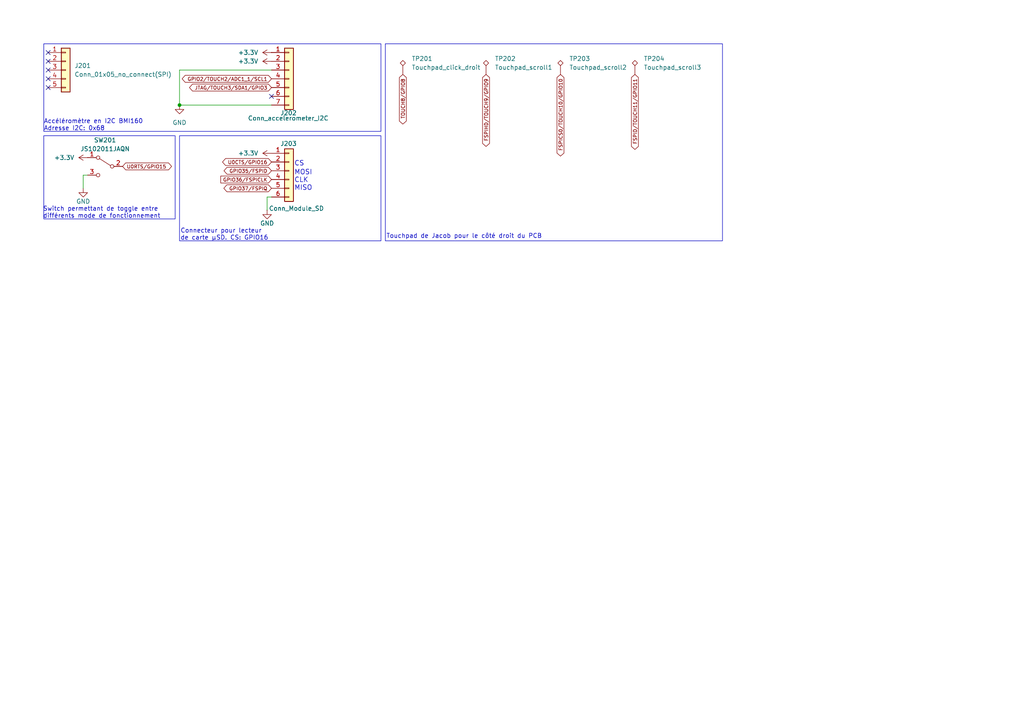
<source format=kicad_sch>
(kicad_sch (version 20231120) (generator "eeschema") (generator_version "8.0")
  (paper "A4")
  (title_block (title "V1_flappy_mouse") (date "2024-06-07") (rev "Rev . 1") (company "CCI UdeS") (comment 1 "Créer par:") (comment 2 "Victor Larose & Jacob Turcotte"))
  (lib_symbols
    (symbol "Connector:TestPoint_Alt" (pin_numbers hide) (pin_names (offset 0.762) hide)
      (property "Reference" "TP" (at 0 6.858 0))
      (property "Value" "TestPoint_Alt" (at 0 5.08 0))
      (symbol "TestPoint_Alt_0_1"
        (polyline (pts (xy 0 2.54) (xy -0.762 3.302) (xy 0 4.064) (xy 0.762 3.302) (xy 0 2.54)))
      )
      (symbol "TestPoint_Alt_1_1"
        (pin passive line (at 0 0 90) (length 2.54) (name "1") (number "1"))
      )
    )
    (symbol "Connector_Generic:Conn_01x05" (pin_names (offset 1.016) hide)
      (property "Reference" "J" (at 0 7.62 0))
      (property "Value" "Conn_01x05" (at 0 -7.62 0))
      (symbol "Conn_01x05_1_1"
        (rectangle (start -1.27 -4.953) (end 0 -5.207) (stroke (width 0.1524)))
        (rectangle (start -1.27 -2.413) (end 0 -2.667) (stroke (width 0.1524)))
        (rectangle (start -1.27 0.127) (end 0 -0.127) (stroke (width 0.1524)))
        (rectangle (start -1.27 2.667) (end 0 2.413) (stroke (width 0.1524)))
        (rectangle (start -1.27 5.207) (end 0 4.953) (stroke (width 0.1524)))
        (rectangle (start -1.27 6.35) (end 1.27 -6.35) (stroke (width 0.254)) (fill (type background)))
        (pin passive line (at -5.08 5.08 0) (length 3.81) (name "Pin_1") (number "1"))
        (pin passive line (at -5.08 2.54 0) (length 3.81) (name "Pin_2") (number "2"))
        (pin passive line (at -5.08 0 0) (length 3.81) (name "Pin_3") (number "3"))
        (pin passive line (at -5.08 -2.54 0) (length 3.81) (name "Pin_4") (number "4"))
        (pin passive line (at -5.08 -5.08 0) (length 3.81) (name "Pin_5") (number "5"))
      )
    )
    (symbol "Connector_Generic:Conn_01x06" (pin_names (offset 1.016) hide)
      (property "Reference" "J" (at 0 7.62 0))
      (property "Value" "Conn_01x06" (at 0 -10.16 0))
      (symbol "Conn_01x06_1_1"
        (rectangle (start -1.27 -7.493) (end 0 -7.747) (stroke (width 0.1524)))
        (rectangle (start -1.27 -4.953) (end 0 -5.207) (stroke (width 0.1524)))
        (rectangle (start -1.27 -2.413) (end 0 -2.667) (stroke (width 0.1524)))
        (rectangle (start -1.27 0.127) (end 0 -0.127) (stroke (width 0.1524)))
        (rectangle (start -1.27 2.667) (end 0 2.413) (stroke (width 0.1524)))
        (rectangle (start -1.27 5.207) (end 0 4.953) (stroke (width 0.1524)))
        (rectangle (start -1.27 6.35) (end 1.27 -8.89) (stroke (width 0.254)) (fill (type background)))
        (pin passive line (at -5.08 5.08 0) (length 3.81) (name "Pin_1") (number "1"))
        (pin passive line (at -5.08 2.54 0) (length 3.81) (name "Pin_2") (number "2"))
        (pin passive line (at -5.08 0 0) (length 3.81) (name "Pin_3") (number "3"))
        (pin passive line (at -5.08 -2.54 0) (length 3.81) (name "Pin_4") (number "4"))
        (pin passive line (at -5.08 -5.08 0) (length 3.81) (name "Pin_5") (number "5"))
        (pin passive line (at -5.08 -7.62 0) (length 3.81) (name "Pin_6") (number "6"))
      )
    )
    (symbol "Connector_Generic:Conn_01x07" (pin_names (offset 1.016) hide)
      (property "Reference" "J" (at 0 10.16 0))
      (property "Value" "Conn_01x07" (at 0 -10.16 0))
      (symbol "Conn_01x07_1_1"
        (rectangle (start -1.27 -7.493) (end 0 -7.747) (stroke (width 0.1524)))
        (rectangle (start -1.27 -4.953) (end 0 -5.207) (stroke (width 0.1524)))
        (rectangle (start -1.27 -2.413) (end 0 -2.667) (stroke (width 0.1524)))
        (rectangle (start -1.27 0.127) (end 0 -0.127) (stroke (width 0.1524)))
        (rectangle (start -1.27 2.667) (end 0 2.413) (stroke (width 0.1524)))
        (rectangle (start -1.27 5.207) (end 0 4.953) (stroke (width 0.1524)))
        (rectangle (start -1.27 7.747) (end 0 7.493) (stroke (width 0.1524)))
        (rectangle (start -1.27 8.89) (end 1.27 -8.89) (stroke (width 0.254)) (fill (type background)))
        (pin passive line (at -5.08 7.62 0) (length 3.81) (name "Pin_1") (number "1"))
        (pin passive line (at -5.08 5.08 0) (length 3.81) (name "Pin_2") (number "2"))
        (pin passive line (at -5.08 2.54 0) (length 3.81) (name "Pin_3") (number "3"))
        (pin passive line (at -5.08 0 0) (length 3.81) (name "Pin_4") (number "4"))
        (pin passive line (at -5.08 -2.54 0) (length 3.81) (name "Pin_5") (number "5"))
        (pin passive line (at -5.08 -5.08 0) (length 3.81) (name "Pin_6") (number "6"))
        (pin passive line (at -5.08 -7.62 0) (length 3.81) (name "Pin_7") (number "7"))
      )
    )
    (symbol "Switch:SW_SPDT" (pin_names (offset 0) hide)
      (property "Reference" "SW" (at 0 4.318 0))
      (property "Value" "SW_SPDT" (at 0 -5.08 0))
      (symbol "SW_SPDT_0_0"
        (circle (center -2.032 0) (radius 0.508))
        (circle (center 2.032 -2.54) (radius 0.508))
      )
      (symbol "SW_SPDT_0_1"
        (polyline (pts (xy -1.524 0.254) (xy 1.651 2.286)))
        (circle (center 2.032 2.54) (radius 0.508))
      )
      (symbol "SW_SPDT_1_1"
        (pin passive line (at 5.08 2.54 180) (length 2.54) (name "A") (number "1"))
        (pin passive line (at -5.08 0 0) (length 2.54) (name "B") (number "2"))
        (pin passive line (at 5.08 -2.54 180) (length 2.54) (name "C") (number "3"))
      )
    )
    (symbol "power:+3.3V" (power) (pin_numbers hide) (pin_names (offset 0) hide)
      (property "Value" "+3.3V" (at 0 3.556 0))
      (symbol "+3.3V_0_1"
        (polyline (pts (xy -0.762 1.27) (xy 0 2.54)))
        (polyline (pts (xy 0 0) (xy 0 2.54)))
        (polyline (pts (xy 0 2.54) (xy 0.762 1.27)))
      )
      (symbol "+3.3V_1_1"
        (pin power_in line (at 0 0 90) (length 0) (name "~") (number "1"))
      )
    )
    (symbol "power:GND" (power) (pin_numbers hide) (pin_names (offset 0) hide)
      (property "Value" "GND" (at 0 -3.81 0))
      (symbol "GND_0_1"
        (polyline (pts (xy 0 0) (xy 0 -1.27) (xy 1.27 -1.27) (xy 0 -2.54) (xy -1.27 -1.27) (xy 0 -1.27)))
      )
      (symbol "GND_1_1"
        (pin power_in line (at 0 0 270) (length 0) (name "~") (number "1"))
      )
    )
  )
  (junction (at 52.07 30.48))
  (no_connect (at 13.97 25.4))
  (no_connect (at 13.97 15.24))
  (no_connect (at 13.97 22.86))
  (no_connect (at 13.97 17.78))
  (no_connect (at 78.74 27.94))
  (no_connect (at 13.97 20.32))
  (wire (pts (xy 25.4 50.8) (xy 24.13 50.8)))
  (wire (pts (xy 78.74 20.32) (xy 52.07 20.32)))
  (wire (pts (xy 52.07 30.48) (xy 78.74 30.48)))
  (wire (pts (xy 78.74 57.15) (xy 77.47 57.15)))
  (wire (pts (xy 77.47 57.15) (xy 77.47 60.96)))
  (wire (pts (xy 52.07 20.32) (xy 52.07 30.48)))
  (wire (pts (xy 24.13 50.8) (xy 24.13 54.61)))
  (rectangle (start 12.7 39.37) (end 50.8 63.5))
  (rectangle (start 111.76 12.7) (end 209.55 69.85))
  (rectangle (start 52.07 39.37) (end 110.49 69.85))
  (rectangle (start 12.7 12.7) (end 110.49 38.1))
  (text "MOSI\nCLK\nMISO" (at 85.344 52.324 0) (effects (font (size 1.4 1.4)) (justify left)))
  (text "Connecteur pour lecteur\nde carte µSD. CS: GPIO16" (at 52.324 68.072 0) (effects (font (size 1.27 1.27)) (justify left)))
  (text "Switch permettant de toggle entre \ndifférents mode de fonctionnement" (at 12.446 61.722 0) (effects (font (size 1.27 1.27)) (justify left)))
  (text "Touchpad de Jacob pour le côté droit du PCB" (at 112.014 68.58 0) (effects (font (size 1.27 1.27)) (justify left)))
  (text "Accéléromètre en I2C BMI160\nAdresse I2C: 0x68" (at 12.7 36.322 0) (effects (font (size 1.27 1.27)) (justify left)))
  (text "CS" (at 85.344 47.498 0) (effects (font (size 1.4 1.4)) (justify left)))
  (global_label "FSPIHD{slash}TOUCH9{slash}GPIO9" (shape bidirectional) (at 140.97 21.59 270) (effects (font (size 1.016 1.016))) (property "Intersheetrefs" "${INTERSHEET_REFS}" (effects (hide yes))))
  (global_label "U0RTS{slash}GPIO15" (shape bidirectional) (at 35.56 48.26 0) (effects (font (size 1.016 1.016))) (property "Intersheetrefs" "${INTERSHEET_REFS}" (effects (hide yes))))
  (global_label "GPIO37{slash}FSPIQ" (shape bidirectional) (at 78.74 54.61 180) (effects (font (size 1.016 1.016))) (property "Intersheetrefs" "${INTERSHEET_REFS}" (effects (hide yes))))
  (global_label "GPIO2{slash}TOUCH2{slash}ADC1_1{slash}SCL1" (shape bidirectional) (at 78.74 22.86 180) (effects (font (size 1.016 1.016))) (property "Intersheetrefs" "${INTERSHEET_REFS}" (effects (hide yes))))
  (global_label "U0CTS{slash}GPIO16" (shape bidirectional) (at 78.74 46.99 180) (effects (font (size 1.016 1.016))) (property "Intersheetrefs" "${INTERSHEET_REFS}" (effects (hide yes))))
  (global_label "FSPICS0{slash}TOUCH10{slash}GPIO10" (shape bidirectional) (at 162.56 21.59 270) (effects (font (size 1.016 1.016))) (property "Intersheetrefs" "${INTERSHEET_REFS}" (effects (hide yes))))
  (global_label "GPIO36{slash}FSPICLK" (shape input) (at 78.74 52.07 180) (effects (font (size 1.016 1.016))) (property "Intersheetrefs" "${INTERSHEET_REFS}" (effects (hide yes))))
  (global_label "GPIO35{slash}FSPID" (shape bidirectional) (at 78.74 49.53 180) (effects (font (size 1.016 1.016))) (property "Intersheetrefs" "${INTERSHEET_REFS}" (effects (hide yes))))
  (global_label "TOUCH8{slash}GPIO8" (shape bidirectional) (at 116.84 21.59 270) (effects (font (size 1.016 1.016))) (property "Intersheetrefs" "${INTERSHEET_REFS}" (effects (hide yes))))
  (global_label "FSPID{slash}TOUCH11{slash}GPIO11" (shape bidirectional) (at 184.15 21.59 270) (effects (font (size 1.016 1.016))) (property "Intersheetrefs" "${INTERSHEET_REFS}" (effects (hide yes))))
  (global_label "JTAG{slash}TOUCH3{slash}SDA1{slash}GPIO3" (shape bidirectional) (at 78.74 25.4 180) (effects (font (size 1.016 1.016))) (property "Intersheetrefs" "${INTERSHEET_REFS}" (effects (hide yes))))
  (symbol (lib_id "power:GND") (at 52.07 30.48 0) (unit 1)
    (property "Reference" "#PWR0203" (effects (hide yes)))
    (property "Value" "GND" (at 52.07 35.56 0))
    (property "Description" "Power symbol creates a global label with name \"GND\" , ground" (effects (hide yes)))
  )
  (symbol (lib_id "Connector_Generic:Conn_01x06") (at 83.82 49.53 0) (unit 1)
    (property "Reference" "J203" (at 81.28 41.656 0) (effects (justify left)))
    (property "Value" "Conn_Module_SD" (at 77.978 60.452 0) (effects (justify left)))
    (property "Footprint" "Connector_PinSocket_2.54mm:PinSocket_1x06_P2.54mm_Vertical" (effects (hide yes)))
    (property "Description" "Generic connector, single row, 01x06, script generated (kicad-library-utils/schlib/autogen/connector/)" (effects (hide yes)))
  )
  (symbol (lib_id "Connector:TestPoint_Alt") (at 140.97 21.59 0) (unit 1)
    (property "Reference" "TP202" (at 143.51 17.0179 0) (effects (justify left)))
    (property "Value" "Touchpad_scroll1" (at 143.51 19.5579 0) (effects (justify left)))
    (property "Footprint" "Librairie_touchpad:Touchpad_slider" (effects (hide yes)))
    (property "Description" "test point (alternative shape)" (effects (hide yes)))
  )
  (symbol (lib_id "Connector:TestPoint_Alt") (at 162.56 21.59 0) (unit 1)
    (property "Reference" "TP203" (at 165.1 17.0179 0) (effects (justify left)))
    (property "Value" "Touchpad_scroll2" (at 165.1 19.5579 0) (effects (justify left)))
    (property "Footprint" "Librairie_touchpad:Touchpad_slider" (effects (hide yes)))
    (property "Description" "test point (alternative shape)" (effects (hide yes)))
  )
  (symbol (lib_id "power:+3.3V") (at 78.74 15.24 90) (unit 1)
    (property "Reference" "#PWR0205" (effects (hide yes)))
    (property "Value" "+3.3V" (at 74.93 15.2399 90) (effects (justify left)))
    (property "Description" "Power symbol creates a global label with name \"+3.3V\"" (effects (hide yes)))
  )
  (symbol (lib_id "power:GND") (at 24.13 54.61 0) (unit 1)
    (property "Reference" "#PWR0201" (effects (hide yes)))
    (property "Value" "GND" (at 24.13 58.42 0))
  )
  (symbol (lib_id "power:+3.3V") (at 78.74 17.78 90) (unit 1)
    (property "Reference" "#PWR0206" (effects (hide yes)))
    (property "Value" "+3.3V" (at 74.93 17.7799 90) (effects (justify left)))
    (property "Description" "Power symbol creates a global label with name \"+3.3V\"" (effects (hide yes)))
  )
  (symbol (lib_id "Connector:TestPoint_Alt") (at 184.15 21.59 0) (unit 1)
    (property "Reference" "TP204" (at 186.69 17.0179 0) (effects (justify left)))
    (property "Value" "Touchpad_scroll3" (at 186.69 19.5579 0) (effects (justify left)))
    (property "Footprint" "Librairie_touchpad:Touchpad_slider" (effects (hide yes)))
    (property "Description" "test point (alternative shape)" (effects (hide yes)))
  )
  (symbol (lib_id "Connector_Generic:Conn_01x07") (at 83.82 22.86 0) (unit 1)
    (property "Reference" "J202" (at 81.28 32.766 0) (effects (justify left)))
    (property "Value" "Conn_accelerometer_I2C" (at 71.882 34.29 0) (effects (justify left)))
    (property "Footprint" "Connector_PinSocket_2.54mm:PinSocket_1x07_P2.54mm_Vertical" (effects (hide yes)))
    (property "Description" "Generic connector, single row, 01x07, script generated (kicad-library-utils/schlib/autogen/connector/)" (effects (hide yes)))
  )
  (symbol (lib_id "power:+3.3V") (at 78.74 44.45 90) (unit 1)
    (property "Reference" "#PWR0207" (effects (hide yes)))
    (property "Value" "+3.3V" (at 74.93 44.4499 90) (effects (justify left)))
    (property "Description" "Power symbol creates a global label with name \"+3.3V\"" (effects (hide yes)))
  )
  (symbol (lib_id "Connector:TestPoint_Alt") (at 116.84 21.59 0) (unit 1)
    (property "Reference" "TP201" (at 119.38 17.0179 0) (effects (justify left)))
    (property "Value" "Touchpad_click_droit" (at 119.38 19.5579 0) (effects (justify left)))
    (property "Footprint" "Librairie_touchpad:Touchpad_biz_rect" (effects (hide yes)))
    (property "Description" "test point (alternative shape)" (effects (hide yes)))
  )
  (symbol (lib_id "Switch:SW_SPDT") (at 30.48 48.26 0) (mirror y) (unit 1)
    (property "Reference" "SW201" (at 30.48 40.64 0))
    (property "Value" "JS102011JAQN" (at 30.48 43.18 0))
    (property "Footprint" "Button_Switch_SMD:SW_SPDT_CK_JS102011SAQN" (effects (hide yes)))
  )
  (symbol (lib_id "power:+3.3V") (at 25.4 45.72 90) (unit 1)
    (property "Reference" "#PWR0202" (effects (hide yes)))
    (property "Value" "+3.3V" (at 21.59 45.7199 90) (effects (justify left)))
    (property "Description" "Power symbol creates a global label with name \"+3.3V\"" (effects (hide yes)))
  )
  (symbol (lib_id "Connector_Generic:Conn_01x05") (at 19.05 20.32 0) (unit 1)
    (property "Reference" "J201" (at 21.59 19.0499 0) (effects (justify left)))
    (property "Value" "Conn_01x05_no_connect(SPI)" (at 21.59 21.5899 0) (effects (justify left)))
    (property "Footprint" "Connector_PinSocket_2.54mm:PinSocket_1x05_P2.54mm_Vertical" (effects (hide yes)))
    (property "Description" "Generic connector, single row, 01x05, script generated (kicad-library-utils/schlib/autogen/connector/)" (effects (hide yes)))
  )
  (symbol (lib_id "power:GND") (at 77.47 60.96 0) (unit 1)
    (property "Reference" "#PWR0204" (effects (hide yes)))
    (property "Value" "GND" (at 77.47 64.77 0))
  )
)
</source>
